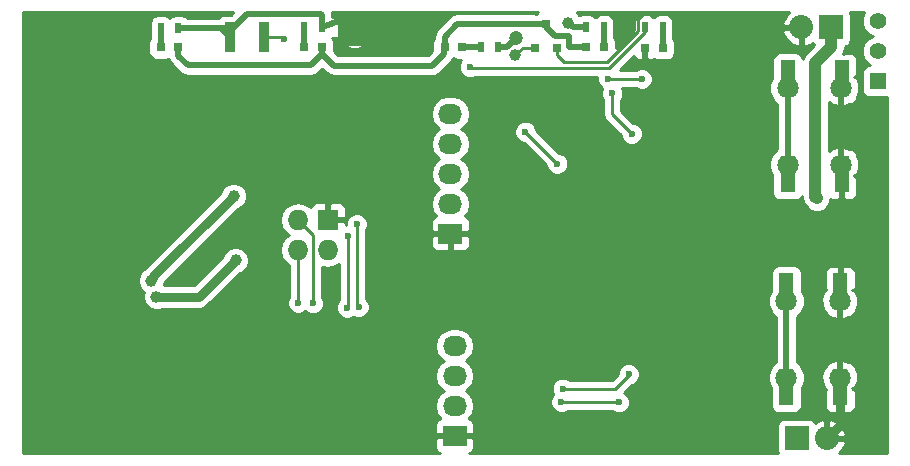
<source format=gtl>
G04 #@! TF.FileFunction,Copper,L1,Top,Signal*
%FSLAX46Y46*%
G04 Gerber Fmt 4.6, Leading zero omitted, Abs format (unit mm)*
G04 Created by KiCad (PCBNEW (2015-04-29 BZR 5630)-product) date Mon 29 Jun 2015 10:52:54 BST*
%MOMM*%
G01*
G04 APERTURE LIST*
%ADD10C,0.150000*%
%ADD11C,0.600000*%
%ADD12R,2.550160X2.499360*%
%ADD13R,0.797560X0.797560*%
%ADD14R,2.032000X1.727200*%
%ADD15O,2.032000X1.727200*%
%ADD16R,0.500000X0.900000*%
%ADD17R,0.900000X2.500000*%
%ADD18R,0.800100X0.800100*%
%ADD19R,1.397000X1.397000*%
%ADD20C,1.397000*%
%ADD21R,1.300480X3.098800*%
%ADD22C,1.800860*%
%ADD23R,2.032000X2.032000*%
%ADD24O,2.032000X2.032000*%
%ADD25R,1.727200X1.727200*%
%ADD26O,1.727200X1.727200*%
%ADD27C,1.000000*%
%ADD28C,1.200000*%
%ADD29C,1.000000*%
%ADD30C,0.250000*%
%ADD31C,0.500000*%
%ADD32C,0.750000*%
%ADD33C,0.254000*%
G04 APERTURE END LIST*
D10*
D11*
X90170000Y-45466000D03*
X76860400Y-75692000D03*
X78841600Y-75692000D03*
X80060800Y-75641200D03*
X71882000Y-73456800D03*
X61214000Y-50800000D03*
X71628000Y-58267600D03*
X75285600Y-62738000D03*
X68884800Y-79451200D03*
X69900800Y-47904400D03*
X75031600Y-79451200D03*
X61163200Y-75996800D03*
X61061600Y-71323200D03*
X64160400Y-62230000D03*
X67056000Y-62941200D03*
X122224800Y-47904400D03*
X64211200Y-59029600D03*
X106934000Y-70967600D03*
X99009200Y-78841600D03*
X89154000Y-61468000D03*
X91643200Y-59182000D03*
X106934000Y-61061600D03*
X106934000Y-65735200D03*
X111912400Y-65735200D03*
X111760000Y-70967600D03*
X106934000Y-55321200D03*
X99771200Y-54559200D03*
X83464400Y-74371200D03*
X83464400Y-71272400D03*
X89154000Y-56997600D03*
X120142000Y-58369200D03*
X121615200Y-54406800D03*
X121666000Y-79959200D03*
X131470400Y-55422800D03*
X103428800Y-51612800D03*
X80314800Y-71374000D03*
X80314800Y-68478400D03*
X130606800Y-79095600D03*
X131267200Y-75031600D03*
X119583200Y-78282800D03*
X117754400Y-75742800D03*
X93065600Y-78943200D03*
X79705200Y-52324000D03*
X82804000Y-57861200D03*
D12*
X92542360Y-44602400D03*
X87492840Y-44602400D03*
D13*
X113728500Y-46024800D03*
X112229900Y-46024800D03*
X71234300Y-45974000D03*
X72732900Y-45974000D03*
X83375500Y-45974000D03*
X84874100Y-45974000D03*
X96761300Y-45974000D03*
X95262700Y-45974000D03*
D14*
X96113600Y-78892400D03*
D15*
X96113600Y-76352400D03*
X96113600Y-73812400D03*
X96113600Y-71272400D03*
D16*
X113729200Y-44297600D03*
X112229200Y-44297600D03*
X72733600Y-44348400D03*
X71233600Y-44348400D03*
X84874800Y-44297600D03*
X83374800Y-44297600D03*
X99810000Y-45923200D03*
X98310000Y-45923200D03*
D13*
X108750100Y-45974000D03*
X107251500Y-45974000D03*
D14*
X95758000Y-61772800D03*
D15*
X95758000Y-59232800D03*
X95758000Y-56692800D03*
X95758000Y-54152800D03*
X95758000Y-51612800D03*
D17*
X77086800Y-45110400D03*
X79986800Y-45110400D03*
D18*
X102885200Y-46009560D03*
X104785200Y-46009560D03*
X103835200Y-44010580D03*
D16*
X107250800Y-44297600D03*
X108750800Y-44297600D03*
D19*
X131927600Y-48869600D03*
D20*
X131927600Y-46329600D03*
X131927600Y-43789600D03*
D21*
X124307600Y-48615600D03*
X124307600Y-56743600D03*
X128879600Y-56743600D03*
X128879600Y-48615600D03*
D22*
X124307600Y-55930800D03*
X124307600Y-49428400D03*
X128808480Y-55930800D03*
X128808480Y-49428400D03*
D21*
X124206000Y-66649600D03*
X124206000Y-74777600D03*
X128778000Y-74777600D03*
X128778000Y-66649600D03*
D22*
X124206000Y-73964800D03*
X124206000Y-67462400D03*
X128706880Y-73964800D03*
X128706880Y-67462400D03*
D23*
X128016000Y-44297600D03*
D24*
X125476000Y-44297600D03*
D25*
X85394800Y-60604400D03*
D26*
X82854800Y-60604400D03*
X85394800Y-63144400D03*
X82854800Y-63144400D03*
D23*
X125069600Y-79095600D03*
D24*
X127609600Y-79095600D03*
D27*
X126796800Y-58775600D03*
D11*
X65836800Y-59994800D03*
X65836800Y-63449200D03*
X114604800Y-43180000D03*
X87376000Y-75438000D03*
X90678000Y-49123600D03*
D27*
X105714800Y-43891200D03*
D28*
X101295200Y-45161200D03*
D11*
X87492840Y-44602400D03*
X81635600Y-45313600D03*
D27*
X70408800Y-65735200D03*
X77419200Y-58572400D03*
X70866000Y-67106800D03*
X77571600Y-64008000D03*
D11*
X105156000Y-75996800D03*
X110032800Y-76047600D03*
X105257600Y-74879200D03*
X110845600Y-73660000D03*
X82854800Y-67614800D03*
X97383600Y-47650400D03*
X84124802Y-67665600D03*
X111963200Y-48666400D03*
X109118400Y-48666400D03*
X109474000Y-49885600D03*
X111099600Y-53289200D03*
D27*
X101244400Y-46634400D03*
D11*
X87020400Y-68021200D03*
X87071200Y-61925200D03*
X87985600Y-67970400D03*
X87833200Y-60960000D03*
X102108000Y-53136800D03*
X104800400Y-55829200D03*
D29*
X126796800Y-58775600D02*
X126644400Y-58623200D01*
X126644400Y-58623200D02*
X126644400Y-47294800D01*
X126644400Y-47294800D02*
X128016000Y-45923200D01*
X128016000Y-45923200D02*
X128016000Y-44297600D01*
D30*
X112163398Y-43078400D02*
X114503200Y-43078400D01*
X114503200Y-43078400D02*
X114604800Y-43180000D01*
X104785200Y-46009560D02*
X104785200Y-46659610D01*
X104785200Y-46659610D02*
X105376780Y-47251190D01*
X105376780Y-47251190D02*
X109033600Y-47251190D01*
X109033600Y-47251190D02*
X111654199Y-44630591D01*
X111654199Y-44630591D02*
X111654199Y-43587599D01*
X111654199Y-43587599D02*
X112163398Y-43078400D01*
X87376000Y-75438000D02*
X87325200Y-75387200D01*
D31*
X128706880Y-73964800D02*
X128706880Y-67462400D01*
X128808480Y-50701800D02*
X128808480Y-55930800D01*
X128808480Y-49428400D02*
X128808480Y-50701800D01*
D32*
X128778000Y-77927200D02*
X127609600Y-79095600D01*
X128778000Y-74777600D02*
X128778000Y-77927200D01*
D31*
X107250800Y-44297600D02*
X106121200Y-44297600D01*
X106121200Y-44297600D02*
X105714800Y-43891200D01*
X101295200Y-45188000D02*
X101295200Y-45161200D01*
X100560000Y-45923200D02*
X101295200Y-45188000D01*
X99810000Y-45923200D02*
X100560000Y-45923200D01*
X86578440Y-43688000D02*
X84874800Y-44297600D01*
X87492840Y-44602400D02*
X86578440Y-43688000D01*
X76324800Y-44348400D02*
X77317600Y-44348400D01*
X77317600Y-44348400D02*
X78536800Y-43129200D01*
X78536800Y-43129200D02*
X84734400Y-43129200D01*
X84734400Y-43129200D02*
X84874800Y-43269600D01*
X84874800Y-43269600D02*
X84874800Y-44297600D01*
X72733600Y-44348400D02*
X76324800Y-44348400D01*
X76324800Y-44348400D02*
X77086800Y-45110400D01*
D30*
X81432400Y-45110400D02*
X79986800Y-45110400D01*
X81635600Y-45313600D02*
X81432400Y-45110400D01*
X79986800Y-45133600D02*
X79986800Y-45110400D01*
D32*
X70612000Y-65532000D02*
X70408800Y-65735200D01*
X77419200Y-58572400D02*
X70612000Y-65379600D01*
X70612000Y-65379600D02*
X70612000Y-65532000D01*
X70866000Y-67106800D02*
X74472800Y-67106800D01*
X74472800Y-67106800D02*
X77571600Y-64008000D01*
D31*
X113728500Y-44298300D02*
X113729200Y-44297600D01*
X113728500Y-46024800D02*
X113728500Y-44298300D01*
X71233600Y-44348400D02*
X71233600Y-45973300D01*
X71233600Y-45973300D02*
X71234300Y-45974000D01*
X103835200Y-44010580D02*
X103835200Y-44246800D01*
X105765600Y-45008800D02*
X105765600Y-45974000D01*
X103835200Y-44246800D02*
X104597200Y-45008800D01*
X104597200Y-45008800D02*
X105765600Y-45008800D01*
X105765600Y-45974000D02*
X107251500Y-45974000D01*
X95262700Y-45974000D02*
X95262700Y-45075220D01*
X95262700Y-45075220D02*
X96345120Y-43992800D01*
X96345120Y-43992800D02*
X102917370Y-43992800D01*
X102917370Y-43992800D02*
X102935150Y-44010580D01*
X102935150Y-44010580D02*
X103835200Y-44010580D01*
X95199200Y-46583600D02*
X95199200Y-46037500D01*
X95199200Y-46037500D02*
X95262700Y-45974000D01*
X95199200Y-46583600D02*
X94234000Y-47548800D01*
X84874100Y-46520100D02*
X84874100Y-46482000D01*
X94234000Y-47548800D02*
X85902800Y-47548800D01*
X85902800Y-47548800D02*
X84874100Y-46520100D01*
X84874100Y-46482000D02*
X84874100Y-46545500D01*
X72732900Y-46723300D02*
X72732900Y-45974000D01*
X73507600Y-47498000D02*
X72732900Y-46723300D01*
X83921600Y-47498000D02*
X73507600Y-47498000D01*
X84874100Y-46545500D02*
X83921600Y-47498000D01*
X84874100Y-46482000D02*
X84874100Y-45974000D01*
X83374800Y-44297600D02*
X83374800Y-45973300D01*
X83374800Y-45973300D02*
X83375500Y-45974000D01*
X96761300Y-45974000D02*
X98259200Y-45974000D01*
X98259200Y-45974000D02*
X98310000Y-45923200D01*
D30*
X109982000Y-75996800D02*
X110032800Y-76047600D01*
X105156000Y-75996800D02*
X109982000Y-75996800D01*
X105257600Y-74879200D02*
X109728000Y-74879200D01*
X110845600Y-73761600D02*
X110845600Y-73660000D01*
X109728000Y-74879200D02*
X110845600Y-73761600D01*
X82854800Y-67190536D02*
X82854800Y-63144400D01*
X82854800Y-67614800D02*
X82854800Y-67190536D01*
X97739200Y-47701200D02*
X97434400Y-47701200D01*
X109220000Y-47701200D02*
X97739200Y-47701200D01*
X112229200Y-44692000D02*
X109220000Y-47701200D01*
X97434400Y-47701200D02*
X97383600Y-47650400D01*
X112229200Y-44297600D02*
X112229200Y-44692000D01*
X84124802Y-67241336D02*
X84124802Y-67665600D01*
X82854800Y-60604400D02*
X84124802Y-61874402D01*
X84124802Y-61874402D02*
X84124802Y-67241336D01*
D31*
X108750800Y-44297600D02*
X108750800Y-45973300D01*
X108750800Y-45973300D02*
X108750100Y-45974000D01*
X124307600Y-50701800D02*
X124307600Y-55930800D01*
X124307600Y-49428400D02*
X124307600Y-50701800D01*
D30*
X111963200Y-48666400D02*
X109118400Y-48666400D01*
D31*
X124206000Y-67462400D02*
X124206000Y-73964800D01*
D30*
X109474000Y-51663600D02*
X111099600Y-53289200D01*
X109474000Y-49885600D02*
X109474000Y-51663600D01*
X101544399Y-46334401D02*
X101244400Y-46634400D01*
X102885200Y-46009560D02*
X101869240Y-46009560D01*
X101869240Y-46009560D02*
X101544399Y-46334401D01*
X87020400Y-68021200D02*
X87071200Y-67970400D01*
X87071200Y-67970400D02*
X87071200Y-61925200D01*
X87985600Y-67970400D02*
X87833200Y-67818000D01*
X87833200Y-67818000D02*
X87833200Y-60960000D01*
X104800400Y-55829200D02*
X102108000Y-53136800D01*
D33*
G36*
X103168163Y-43026400D02*
X103017180Y-43125580D01*
X103006759Y-43125580D01*
X102917370Y-43107799D01*
X102917364Y-43107800D01*
X96345125Y-43107800D01*
X96345120Y-43107799D01*
X96062635Y-43163989D01*
X96006445Y-43175167D01*
X95719330Y-43367010D01*
X95719327Y-43367013D01*
X94636910Y-44449430D01*
X94445067Y-44736545D01*
X94433889Y-44792735D01*
X94377699Y-45075220D01*
X94377700Y-45075225D01*
X94377700Y-45160906D01*
X94266543Y-45325580D01*
X94216480Y-45575220D01*
X94216480Y-46314740D01*
X93867420Y-46663800D01*
X86269379Y-46663800D01*
X85920320Y-46314740D01*
X85920320Y-45575220D01*
X85873343Y-45333097D01*
X85774482Y-45182600D01*
X86364260Y-45182600D01*
X86802495Y-45620834D01*
X86852123Y-45740943D01*
X87114913Y-46004192D01*
X87458441Y-46146838D01*
X87830407Y-46147162D01*
X88174183Y-46005117D01*
X88437432Y-45742327D01*
X88580078Y-45398799D01*
X88580402Y-45026833D01*
X88438357Y-44683057D01*
X88175567Y-44419808D01*
X88054253Y-44369433D01*
X87356630Y-43671810D01*
X87069515Y-43479967D01*
X87013324Y-43468789D01*
X86730840Y-43412599D01*
X86730834Y-43412600D01*
X85759800Y-43412600D01*
X85759800Y-43269605D01*
X85759800Y-43269600D01*
X85759801Y-43269600D01*
X85711425Y-43026400D01*
X103168163Y-43026400D01*
X103168163Y-43026400D01*
G37*
X103168163Y-43026400D02*
X103017180Y-43125580D01*
X103006759Y-43125580D01*
X102917370Y-43107799D01*
X102917364Y-43107800D01*
X96345125Y-43107800D01*
X96345120Y-43107799D01*
X96062635Y-43163989D01*
X96006445Y-43175167D01*
X95719330Y-43367010D01*
X95719327Y-43367013D01*
X94636910Y-44449430D01*
X94445067Y-44736545D01*
X94433889Y-44792735D01*
X94377699Y-45075220D01*
X94377700Y-45075225D01*
X94377700Y-45160906D01*
X94266543Y-45325580D01*
X94216480Y-45575220D01*
X94216480Y-46314740D01*
X93867420Y-46663800D01*
X86269379Y-46663800D01*
X85920320Y-46314740D01*
X85920320Y-45575220D01*
X85873343Y-45333097D01*
X85774482Y-45182600D01*
X86364260Y-45182600D01*
X86802495Y-45620834D01*
X86852123Y-45740943D01*
X87114913Y-46004192D01*
X87458441Y-46146838D01*
X87830407Y-46147162D01*
X88174183Y-46005117D01*
X88437432Y-45742327D01*
X88580078Y-45398799D01*
X88580402Y-45026833D01*
X88438357Y-44683057D01*
X88175567Y-44419808D01*
X88054253Y-44369433D01*
X87356630Y-43671810D01*
X87069515Y-43479967D01*
X87013324Y-43468789D01*
X86730840Y-43412599D01*
X86730834Y-43412600D01*
X85759800Y-43412600D01*
X85759800Y-43269605D01*
X85759800Y-43269600D01*
X85759801Y-43269600D01*
X85711425Y-43026400D01*
X103168163Y-43026400D01*
G36*
X104912935Y-46136560D02*
X104912200Y-46136560D01*
X104912200Y-46156560D01*
X104658200Y-46156560D01*
X104658200Y-46136560D01*
X104638200Y-46136560D01*
X104638200Y-45893800D01*
X104880600Y-45893800D01*
X104880600Y-45974000D01*
X104912935Y-46136560D01*
X104912935Y-46136560D01*
G37*
X104912935Y-46136560D02*
X104912200Y-46136560D01*
X104912200Y-46156560D01*
X104658200Y-46156560D01*
X104658200Y-46136560D01*
X104638200Y-46136560D01*
X104638200Y-45893800D01*
X104880600Y-45893800D01*
X104880600Y-45974000D01*
X104912935Y-46136560D01*
G36*
X132741600Y-80366800D02*
X130253765Y-80366800D01*
X130253765Y-74205566D01*
X130253765Y-67703166D01*
X130228153Y-67092871D01*
X130043879Y-66647994D01*
X129787353Y-66561534D01*
X129826288Y-66522600D01*
X129904490Y-66522600D01*
X130063240Y-66363850D01*
X130063240Y-64973891D01*
X129966567Y-64740502D01*
X129787939Y-64561873D01*
X129554550Y-64465200D01*
X129301931Y-64465200D01*
X129063750Y-64465200D01*
X128905000Y-64623950D01*
X128905000Y-65917304D01*
X128651000Y-65927964D01*
X128651000Y-64623950D01*
X128492250Y-64465200D01*
X128254069Y-64465200D01*
X128001450Y-64465200D01*
X127768061Y-64561873D01*
X127589433Y-64740502D01*
X127492760Y-64973891D01*
X127492760Y-66363850D01*
X127543871Y-66414961D01*
X127511852Y-66446980D01*
X127587470Y-66522598D01*
X127492760Y-66522598D01*
X127492760Y-66606578D01*
X127369881Y-66647994D01*
X127159995Y-67221634D01*
X127185607Y-67831929D01*
X127369881Y-68276806D01*
X127492760Y-68318221D01*
X127492760Y-68325309D01*
X127543021Y-68446650D01*
X127511852Y-68477820D01*
X127587101Y-68553069D01*
X127589433Y-68558698D01*
X127768061Y-68737327D01*
X127888345Y-68787150D01*
X127892474Y-68799399D01*
X128466114Y-69009285D01*
X129076409Y-68983673D01*
X129437751Y-68834000D01*
X129554550Y-68834000D01*
X129787939Y-68737327D01*
X129966567Y-68558698D01*
X130063240Y-68325309D01*
X130063240Y-68223890D01*
X130253765Y-67703166D01*
X130253765Y-74205566D01*
X130228153Y-73595271D01*
X130063240Y-73197135D01*
X130063240Y-73101891D01*
X129966567Y-72868502D01*
X129787939Y-72689873D01*
X129554550Y-72593200D01*
X129426717Y-72593200D01*
X128947646Y-72417915D01*
X128337351Y-72443527D01*
X127892474Y-72627801D01*
X127888345Y-72640049D01*
X127768061Y-72689873D01*
X127589433Y-72868502D01*
X127587101Y-72874130D01*
X127511852Y-72949380D01*
X127543021Y-72980549D01*
X127492760Y-73101891D01*
X127492760Y-73108978D01*
X127369881Y-73150394D01*
X127159995Y-73724034D01*
X127185607Y-74334329D01*
X127369881Y-74779206D01*
X127492760Y-74820621D01*
X127492760Y-74904602D01*
X127587470Y-74904602D01*
X127511852Y-74980220D01*
X127543871Y-75012239D01*
X127492760Y-75063350D01*
X127492760Y-76453309D01*
X127589433Y-76686698D01*
X127768061Y-76865327D01*
X128001450Y-76962000D01*
X128254069Y-76962000D01*
X128492250Y-76962000D01*
X128651000Y-76803250D01*
X128651000Y-75503925D01*
X128905000Y-75493266D01*
X128905000Y-76803250D01*
X129063750Y-76962000D01*
X129301931Y-76962000D01*
X129554550Y-76962000D01*
X129787939Y-76865327D01*
X129966567Y-76686698D01*
X130063240Y-76453309D01*
X130063240Y-75063350D01*
X129904490Y-74904600D01*
X129826287Y-74904600D01*
X129787353Y-74865665D01*
X130043879Y-74779206D01*
X130253765Y-74205566D01*
X130253765Y-80366800D01*
X128620209Y-80366800D01*
X128946788Y-80063979D01*
X129215583Y-79478546D01*
X129215583Y-78712654D01*
X128946788Y-78127221D01*
X128474418Y-77689215D01*
X127992544Y-77489625D01*
X127736600Y-77608764D01*
X127736600Y-78968600D01*
X129096967Y-78968600D01*
X129215583Y-78712654D01*
X129215583Y-79478546D01*
X129096967Y-79222600D01*
X127736600Y-79222600D01*
X127736600Y-79242600D01*
X127482600Y-79242600D01*
X127482600Y-79222600D01*
X127462600Y-79222600D01*
X127462600Y-78968600D01*
X127482600Y-78968600D01*
X127482600Y-77608764D01*
X127226656Y-77489625D01*
X126744782Y-77689215D01*
X126647764Y-77779174D01*
X126546273Y-77624673D01*
X126335240Y-77482223D01*
X126085600Y-77432160D01*
X125741696Y-77432160D01*
X125741696Y-73660724D01*
X125508433Y-73096185D01*
X125470740Y-73058426D01*
X125456703Y-72986077D01*
X125316913Y-72773273D01*
X125105880Y-72630823D01*
X125091000Y-72627838D01*
X125091000Y-68800891D01*
X125098363Y-68799463D01*
X125311167Y-68659673D01*
X125453617Y-68448640D01*
X125469199Y-68370936D01*
X125506915Y-68333287D01*
X125741163Y-67769156D01*
X125741696Y-67158324D01*
X125508433Y-66593785D01*
X125503680Y-66589023D01*
X125503680Y-65100200D01*
X125456703Y-64858077D01*
X125316913Y-64645273D01*
X125105880Y-64502823D01*
X124856240Y-64452760D01*
X123555760Y-64452760D01*
X123313637Y-64499737D01*
X123100833Y-64639527D01*
X122958383Y-64850560D01*
X122908320Y-65100200D01*
X122908320Y-66588283D01*
X122905085Y-66591513D01*
X122670837Y-67155644D01*
X122670304Y-67766476D01*
X122903567Y-68331015D01*
X122941259Y-68368773D01*
X122955297Y-68441123D01*
X123095087Y-68653927D01*
X123306120Y-68796377D01*
X123321000Y-68799361D01*
X123321000Y-72626308D01*
X123313637Y-72627737D01*
X123100833Y-72767527D01*
X122958383Y-72978560D01*
X122942800Y-73056263D01*
X122905085Y-73093913D01*
X122670837Y-73658044D01*
X122670304Y-74268876D01*
X122903567Y-74833415D01*
X122908320Y-74838176D01*
X122908320Y-76327000D01*
X122955297Y-76569123D01*
X123095087Y-76781927D01*
X123306120Y-76924377D01*
X123555760Y-76974440D01*
X124856240Y-76974440D01*
X125098363Y-76927463D01*
X125311167Y-76787673D01*
X125453617Y-76576640D01*
X125503680Y-76327000D01*
X125503680Y-74838916D01*
X125506915Y-74835687D01*
X125741163Y-74271556D01*
X125741696Y-73660724D01*
X125741696Y-77432160D01*
X124053600Y-77432160D01*
X123811477Y-77479137D01*
X123598673Y-77618927D01*
X123456223Y-77829960D01*
X123406160Y-78079600D01*
X123406160Y-80111600D01*
X123453137Y-80353723D01*
X123461727Y-80366800D01*
X111780762Y-80366800D01*
X111780762Y-73474833D01*
X111638717Y-73131057D01*
X111375927Y-72867808D01*
X111032399Y-72725162D01*
X110660433Y-72724838D01*
X110316657Y-72866883D01*
X110053408Y-73129673D01*
X109910762Y-73473201D01*
X109910632Y-73621765D01*
X109413198Y-74119200D01*
X105820062Y-74119200D01*
X105787927Y-74087008D01*
X105735562Y-74065264D01*
X105735562Y-55644033D01*
X105593517Y-55300257D01*
X105330727Y-55037008D01*
X104987199Y-54894362D01*
X104940323Y-54894321D01*
X103043122Y-52997120D01*
X103043162Y-52951633D01*
X102901117Y-52607857D01*
X102638327Y-52344608D01*
X102294799Y-52201962D01*
X101922833Y-52201638D01*
X101579057Y-52343683D01*
X101315808Y-52606473D01*
X101173162Y-52950001D01*
X101172838Y-53321967D01*
X101314883Y-53665743D01*
X101577673Y-53928992D01*
X101921201Y-54071638D01*
X101968076Y-54071678D01*
X103865277Y-55968879D01*
X103865238Y-56014367D01*
X104007283Y-56358143D01*
X104270073Y-56621392D01*
X104613601Y-56764038D01*
X104985567Y-56764362D01*
X105329343Y-56622317D01*
X105592592Y-56359527D01*
X105735238Y-56015999D01*
X105735562Y-55644033D01*
X105735562Y-74065264D01*
X105444399Y-73944362D01*
X105072433Y-73944038D01*
X104728657Y-74086083D01*
X104465408Y-74348873D01*
X104322762Y-74692401D01*
X104322438Y-75064367D01*
X104452147Y-75378287D01*
X104363808Y-75466473D01*
X104221162Y-75810001D01*
X104220838Y-76181967D01*
X104362883Y-76525743D01*
X104625673Y-76788992D01*
X104969201Y-76931638D01*
X105341167Y-76931962D01*
X105684943Y-76789917D01*
X105718117Y-76756800D01*
X109419625Y-76756800D01*
X109502473Y-76839792D01*
X109846001Y-76982438D01*
X110217967Y-76982762D01*
X110561743Y-76840717D01*
X110824992Y-76577927D01*
X110967638Y-76234399D01*
X110967962Y-75862433D01*
X110825917Y-75518657D01*
X110563127Y-75255408D01*
X110466653Y-75215348D01*
X111126322Y-74555679D01*
X111374543Y-74453117D01*
X111637792Y-74190327D01*
X111780438Y-73846799D01*
X111780762Y-73474833D01*
X111780762Y-80366800D01*
X97796945Y-80366800D01*
X97796945Y-76352400D01*
X97682871Y-75778911D01*
X97358015Y-75292730D01*
X97043234Y-75082400D01*
X97358015Y-74872070D01*
X97682871Y-74385889D01*
X97796945Y-73812400D01*
X97682871Y-73238911D01*
X97358015Y-72752730D01*
X97043234Y-72542400D01*
X97358015Y-72332070D01*
X97682871Y-71845889D01*
X97796945Y-71272400D01*
X97682871Y-70698911D01*
X97441345Y-70337442D01*
X97441345Y-59232800D01*
X97327271Y-58659311D01*
X97002415Y-58173130D01*
X96687634Y-57962800D01*
X97002415Y-57752470D01*
X97327271Y-57266289D01*
X97441345Y-56692800D01*
X97327271Y-56119311D01*
X97002415Y-55633130D01*
X96687634Y-55422800D01*
X97002415Y-55212470D01*
X97327271Y-54726289D01*
X97441345Y-54152800D01*
X97327271Y-53579311D01*
X97002415Y-53093130D01*
X96687634Y-52882800D01*
X97002415Y-52672470D01*
X97327271Y-52186289D01*
X97441345Y-51612800D01*
X97327271Y-51039311D01*
X97002415Y-50553130D01*
X96516234Y-50228274D01*
X95942745Y-50114200D01*
X95573255Y-50114200D01*
X94999766Y-50228274D01*
X94513585Y-50553130D01*
X94188729Y-51039311D01*
X94074655Y-51612800D01*
X94188729Y-52186289D01*
X94513585Y-52672470D01*
X94828365Y-52882800D01*
X94513585Y-53093130D01*
X94188729Y-53579311D01*
X94074655Y-54152800D01*
X94188729Y-54726289D01*
X94513585Y-55212470D01*
X94828365Y-55422800D01*
X94513585Y-55633130D01*
X94188729Y-56119311D01*
X94074655Y-56692800D01*
X94188729Y-57266289D01*
X94513585Y-57752470D01*
X94828365Y-57962800D01*
X94513585Y-58173130D01*
X94188729Y-58659311D01*
X94074655Y-59232800D01*
X94188729Y-59806289D01*
X94513585Y-60292470D01*
X94535780Y-60307300D01*
X94382302Y-60370873D01*
X94203673Y-60549501D01*
X94107000Y-60782890D01*
X94107000Y-61035509D01*
X94107000Y-61487050D01*
X94265750Y-61645800D01*
X95631000Y-61645800D01*
X95631000Y-61625800D01*
X95885000Y-61625800D01*
X95885000Y-61645800D01*
X97250250Y-61645800D01*
X97409000Y-61487050D01*
X97409000Y-61035509D01*
X97409000Y-60782890D01*
X97312327Y-60549501D01*
X97133698Y-60370873D01*
X96980219Y-60307300D01*
X97002415Y-60292470D01*
X97327271Y-59806289D01*
X97441345Y-59232800D01*
X97441345Y-70337442D01*
X97409000Y-70289034D01*
X97409000Y-62762710D01*
X97409000Y-62510091D01*
X97409000Y-62058550D01*
X97250250Y-61899800D01*
X95885000Y-61899800D01*
X95885000Y-63112650D01*
X96043750Y-63271400D01*
X96900309Y-63271400D01*
X97133698Y-63174727D01*
X97312327Y-62996099D01*
X97409000Y-62762710D01*
X97409000Y-70289034D01*
X97358015Y-70212730D01*
X96871834Y-69887874D01*
X96298345Y-69773800D01*
X95928855Y-69773800D01*
X95631000Y-69833047D01*
X95631000Y-63112650D01*
X95631000Y-61899800D01*
X94265750Y-61899800D01*
X94107000Y-62058550D01*
X94107000Y-62510091D01*
X94107000Y-62762710D01*
X94203673Y-62996099D01*
X94382302Y-63174727D01*
X94615691Y-63271400D01*
X95472250Y-63271400D01*
X95631000Y-63112650D01*
X95631000Y-69833047D01*
X95355366Y-69887874D01*
X94869185Y-70212730D01*
X94544329Y-70698911D01*
X94430255Y-71272400D01*
X94544329Y-71845889D01*
X94869185Y-72332070D01*
X95183965Y-72542400D01*
X94869185Y-72752730D01*
X94544329Y-73238911D01*
X94430255Y-73812400D01*
X94544329Y-74385889D01*
X94869185Y-74872070D01*
X95183965Y-75082400D01*
X94869185Y-75292730D01*
X94544329Y-75778911D01*
X94430255Y-76352400D01*
X94544329Y-76925889D01*
X94869185Y-77412070D01*
X94891380Y-77426900D01*
X94737902Y-77490473D01*
X94559273Y-77669101D01*
X94462600Y-77902490D01*
X94462600Y-78155109D01*
X94462600Y-78606650D01*
X94621350Y-78765400D01*
X95986600Y-78765400D01*
X95986600Y-78745400D01*
X96240600Y-78745400D01*
X96240600Y-78765400D01*
X97605850Y-78765400D01*
X97764600Y-78606650D01*
X97764600Y-78155109D01*
X97764600Y-77902490D01*
X97667927Y-77669101D01*
X97489298Y-77490473D01*
X97335819Y-77426900D01*
X97358015Y-77412070D01*
X97682871Y-76925889D01*
X97796945Y-76352400D01*
X97796945Y-80366800D01*
X97314332Y-80366800D01*
X97489298Y-80294327D01*
X97667927Y-80115699D01*
X97764600Y-79882310D01*
X97764600Y-79629691D01*
X97764600Y-79178150D01*
X97605850Y-79019400D01*
X96240600Y-79019400D01*
X96240600Y-79039400D01*
X95986600Y-79039400D01*
X95986600Y-79019400D01*
X94621350Y-79019400D01*
X94462600Y-79178150D01*
X94462600Y-79629691D01*
X94462600Y-79882310D01*
X94559273Y-80115699D01*
X94737902Y-80294327D01*
X94912867Y-80366800D01*
X88920762Y-80366800D01*
X88920762Y-67785233D01*
X88778717Y-67441457D01*
X88593200Y-67255615D01*
X88593200Y-61522462D01*
X88625392Y-61490327D01*
X88768038Y-61146799D01*
X88768362Y-60774833D01*
X88626317Y-60431057D01*
X88363527Y-60167808D01*
X88019999Y-60025162D01*
X87648033Y-60024838D01*
X87304257Y-60166883D01*
X87041008Y-60429673D01*
X86898362Y-60773201D01*
X86898173Y-60990048D01*
X86893400Y-60990044D01*
X86893400Y-60890150D01*
X86893400Y-60318650D01*
X86893400Y-59867109D01*
X86893400Y-59614490D01*
X86796727Y-59381101D01*
X86618098Y-59202473D01*
X86384709Y-59105800D01*
X85680550Y-59105800D01*
X85521800Y-59264550D01*
X85521800Y-60477400D01*
X86734650Y-60477400D01*
X86893400Y-60318650D01*
X86893400Y-60890150D01*
X86734650Y-60731400D01*
X85521800Y-60731400D01*
X85521800Y-60751400D01*
X85267800Y-60751400D01*
X85267800Y-60731400D01*
X85247800Y-60731400D01*
X85247800Y-60477400D01*
X85267800Y-60477400D01*
X85267800Y-59264550D01*
X85109050Y-59105800D01*
X84404891Y-59105800D01*
X84171502Y-59202473D01*
X83992873Y-59381101D01*
X83929156Y-59534926D01*
X83457648Y-59219874D01*
X82884159Y-59105800D01*
X82825441Y-59105800D01*
X82251952Y-59219874D01*
X81765771Y-59544730D01*
X81440915Y-60030911D01*
X81326841Y-60604400D01*
X81440915Y-61177889D01*
X81765771Y-61664070D01*
X82080551Y-61874400D01*
X81765771Y-62084730D01*
X81440915Y-62570911D01*
X81326841Y-63144400D01*
X81440915Y-63717889D01*
X81765771Y-64204070D01*
X82094800Y-64423920D01*
X82094800Y-67052337D01*
X82062608Y-67084473D01*
X81919962Y-67428001D01*
X81919638Y-67799967D01*
X82061683Y-68143743D01*
X82324473Y-68406992D01*
X82668001Y-68549638D01*
X83039967Y-68549962D01*
X83383743Y-68407917D01*
X83464355Y-68327445D01*
X83594475Y-68457792D01*
X83938003Y-68600438D01*
X84309969Y-68600762D01*
X84653745Y-68458717D01*
X84916994Y-68195927D01*
X85059640Y-67852399D01*
X85059964Y-67480433D01*
X84917919Y-67136657D01*
X84884802Y-67103482D01*
X84884802Y-64547395D01*
X85365441Y-64643000D01*
X85424159Y-64643000D01*
X85997648Y-64528926D01*
X86311200Y-64319417D01*
X86311200Y-67408025D01*
X86228208Y-67490873D01*
X86085562Y-67834401D01*
X86085238Y-68206367D01*
X86227283Y-68550143D01*
X86490073Y-68813392D01*
X86833601Y-68956038D01*
X87205567Y-68956362D01*
X87549343Y-68814317D01*
X87558302Y-68805373D01*
X87798801Y-68905238D01*
X88170767Y-68905562D01*
X88514543Y-68763517D01*
X88777792Y-68500727D01*
X88920438Y-68157199D01*
X88920762Y-67785233D01*
X88920762Y-80366800D01*
X78706797Y-80366800D01*
X78706797Y-63783225D01*
X78534367Y-63365914D01*
X78215365Y-63046355D01*
X77798356Y-62873197D01*
X77346825Y-62872803D01*
X76929514Y-63045233D01*
X76609955Y-63364235D01*
X76484229Y-63667014D01*
X74054444Y-66096800D01*
X71487610Y-66096800D01*
X71543603Y-65961956D01*
X71543638Y-65920723D01*
X71545118Y-65918510D01*
X71555961Y-65863994D01*
X77760510Y-59659445D01*
X78061286Y-59535167D01*
X78380845Y-59216165D01*
X78554003Y-58799156D01*
X78554397Y-58347625D01*
X78381967Y-57930314D01*
X78062965Y-57610755D01*
X77645956Y-57437597D01*
X77194425Y-57437203D01*
X76777114Y-57609633D01*
X76457555Y-57928635D01*
X76331829Y-58231414D01*
X69897822Y-64665422D01*
X69849052Y-64738411D01*
X69766714Y-64772433D01*
X69447155Y-65091435D01*
X69273997Y-65508444D01*
X69273603Y-65959975D01*
X69446033Y-66377286D01*
X69765035Y-66696845D01*
X69801057Y-66711802D01*
X69731197Y-66880044D01*
X69730803Y-67331575D01*
X69903233Y-67748886D01*
X70222235Y-68068445D01*
X70639244Y-68241603D01*
X71090775Y-68241997D01*
X71393773Y-68116800D01*
X74472800Y-68116800D01*
X74859310Y-68039918D01*
X75186978Y-67820978D01*
X77912910Y-65095045D01*
X78213686Y-64970767D01*
X78533245Y-64651765D01*
X78706403Y-64234756D01*
X78706797Y-63783225D01*
X78706797Y-80366800D01*
X59587200Y-80366800D01*
X59587200Y-77063600D01*
X59587200Y-43026400D01*
X77388020Y-43026400D01*
X77201460Y-43212960D01*
X76636800Y-43212960D01*
X76394677Y-43259937D01*
X76181873Y-43399727D01*
X76138892Y-43463400D01*
X73457362Y-43463400D01*
X73444273Y-43443473D01*
X73233240Y-43301023D01*
X72983600Y-43250960D01*
X72483600Y-43250960D01*
X72241477Y-43297937D01*
X72028673Y-43437727D01*
X71983986Y-43503928D01*
X71944273Y-43443473D01*
X71733240Y-43301023D01*
X71483600Y-43250960D01*
X70983600Y-43250960D01*
X70741477Y-43297937D01*
X70528673Y-43437727D01*
X70386223Y-43648760D01*
X70336160Y-43898400D01*
X70336160Y-44798400D01*
X70348600Y-44862516D01*
X70348600Y-45161943D01*
X70238143Y-45325580D01*
X70188080Y-45575220D01*
X70188080Y-46372780D01*
X70235057Y-46614903D01*
X70374847Y-46827707D01*
X70585880Y-46970157D01*
X70835520Y-47020220D01*
X71633080Y-47020220D01*
X71875203Y-46973243D01*
X71895026Y-46960220D01*
X71904089Y-47005784D01*
X71915267Y-47061975D01*
X72107110Y-47349090D01*
X72881807Y-48123786D01*
X72881810Y-48123790D01*
X73168925Y-48315633D01*
X73507600Y-48383001D01*
X73507600Y-48383000D01*
X73507605Y-48383000D01*
X83921594Y-48383000D01*
X83921600Y-48383001D01*
X83921600Y-48383000D01*
X84204084Y-48326810D01*
X84260274Y-48315633D01*
X84260275Y-48315633D01*
X84547390Y-48123790D01*
X84886800Y-47784379D01*
X85277007Y-48174586D01*
X85277010Y-48174590D01*
X85564125Y-48366433D01*
X85902800Y-48433800D01*
X94233994Y-48433800D01*
X94234000Y-48433801D01*
X94234000Y-48433800D01*
X94516484Y-48377610D01*
X94572674Y-48366433D01*
X94572675Y-48366433D01*
X94859790Y-48174590D01*
X95824986Y-47209392D01*
X95824990Y-47209390D01*
X95824990Y-47209389D01*
X96016833Y-46922275D01*
X96016833Y-46922274D01*
X96019805Y-46907330D01*
X96112880Y-46970157D01*
X96362520Y-47020220D01*
X96691435Y-47020220D01*
X96591408Y-47120073D01*
X96448762Y-47463601D01*
X96448438Y-47835567D01*
X96590483Y-48179343D01*
X96853273Y-48442592D01*
X97196801Y-48585238D01*
X97568767Y-48585562D01*
X97869746Y-48461200D01*
X108191202Y-48461200D01*
X108183562Y-48479601D01*
X108183238Y-48851567D01*
X108325283Y-49195343D01*
X108588073Y-49458592D01*
X108631430Y-49476595D01*
X108539162Y-49698801D01*
X108538838Y-50070767D01*
X108680883Y-50414543D01*
X108714000Y-50447717D01*
X108714000Y-51663600D01*
X108771852Y-51954439D01*
X108936599Y-52201001D01*
X110164477Y-53428879D01*
X110164438Y-53474367D01*
X110306483Y-53818143D01*
X110569273Y-54081392D01*
X110912801Y-54224038D01*
X111284767Y-54224362D01*
X111628543Y-54082317D01*
X111891792Y-53819527D01*
X112034438Y-53475999D01*
X112034762Y-53104033D01*
X111892717Y-52760257D01*
X111629927Y-52497008D01*
X111286399Y-52354362D01*
X111239523Y-52354321D01*
X110234000Y-51348798D01*
X110234000Y-50448062D01*
X110266192Y-50415927D01*
X110408838Y-50072399D01*
X110409162Y-49700433D01*
X110295934Y-49426400D01*
X111400737Y-49426400D01*
X111432873Y-49458592D01*
X111776401Y-49601238D01*
X112148367Y-49601562D01*
X112492143Y-49459517D01*
X112755392Y-49196727D01*
X112898038Y-48853199D01*
X112898362Y-48481233D01*
X112756317Y-48137457D01*
X112493527Y-47874208D01*
X112149999Y-47731562D01*
X111778033Y-47731238D01*
X111434257Y-47873283D01*
X111401082Y-47906400D01*
X110089602Y-47906400D01*
X111269341Y-46726660D01*
X111292793Y-46783279D01*
X111471422Y-46961907D01*
X111704811Y-47058580D01*
X111944150Y-47058580D01*
X112102900Y-46899830D01*
X112102900Y-46151800D01*
X112082900Y-46151800D01*
X112082900Y-45913102D01*
X112098202Y-45897800D01*
X112102900Y-45897800D01*
X112102900Y-45893102D01*
X112118202Y-45877800D01*
X112356900Y-45877800D01*
X112356900Y-45897800D01*
X112376900Y-45897800D01*
X112376900Y-46151800D01*
X112356900Y-46151800D01*
X112356900Y-46899830D01*
X112515650Y-47058580D01*
X112754989Y-47058580D01*
X112988378Y-46961907D01*
X112990079Y-46960205D01*
X113080080Y-47020957D01*
X113329720Y-47071020D01*
X114127280Y-47071020D01*
X114369403Y-47024043D01*
X114582207Y-46884253D01*
X114724657Y-46673220D01*
X114774720Y-46423580D01*
X114774720Y-45626020D01*
X114727743Y-45383897D01*
X114613500Y-45209983D01*
X114613500Y-44813122D01*
X114626640Y-44747600D01*
X114626640Y-43847600D01*
X114579663Y-43605477D01*
X114439873Y-43392673D01*
X114228840Y-43250223D01*
X113979200Y-43200160D01*
X113479200Y-43200160D01*
X113237077Y-43247137D01*
X113024273Y-43386927D01*
X112979586Y-43453128D01*
X112939873Y-43392673D01*
X112728840Y-43250223D01*
X112479200Y-43200160D01*
X111979200Y-43200160D01*
X111737077Y-43247137D01*
X111524273Y-43386927D01*
X111381823Y-43597960D01*
X111331760Y-43847600D01*
X111331760Y-44514638D01*
X109796320Y-46050078D01*
X109796320Y-45575220D01*
X109749343Y-45333097D01*
X109635800Y-45160249D01*
X109635800Y-44809632D01*
X109648240Y-44747600D01*
X109648240Y-43847600D01*
X109601263Y-43605477D01*
X109461473Y-43392673D01*
X109250440Y-43250223D01*
X109000800Y-43200160D01*
X108500800Y-43200160D01*
X108258677Y-43247137D01*
X108045873Y-43386927D01*
X108001186Y-43453128D01*
X107961473Y-43392673D01*
X107750440Y-43250223D01*
X107500800Y-43200160D01*
X107000800Y-43200160D01*
X106758677Y-43247137D01*
X106694239Y-43289465D01*
X106677567Y-43249114D01*
X106455241Y-43026400D01*
X124465390Y-43026400D01*
X124138812Y-43329221D01*
X123870017Y-43914654D01*
X123988633Y-44170600D01*
X125349000Y-44170600D01*
X125349000Y-44150600D01*
X125603000Y-44150600D01*
X125603000Y-44170600D01*
X125623000Y-44170600D01*
X125623000Y-44424600D01*
X125603000Y-44424600D01*
X125603000Y-45784436D01*
X125858944Y-45903575D01*
X126340818Y-45703985D01*
X126437835Y-45614025D01*
X126539327Y-45768527D01*
X126554977Y-45779090D01*
X125841834Y-46492234D01*
X125595797Y-46860454D01*
X125580389Y-46937912D01*
X125558303Y-46824077D01*
X125418513Y-46611273D01*
X125349000Y-46564350D01*
X125349000Y-45784436D01*
X125349000Y-44424600D01*
X123988633Y-44424600D01*
X123870017Y-44680546D01*
X124138812Y-45265979D01*
X124611182Y-45703985D01*
X125093056Y-45903575D01*
X125349000Y-45784436D01*
X125349000Y-46564350D01*
X125207480Y-46468823D01*
X124957840Y-46418760D01*
X123657360Y-46418760D01*
X123415237Y-46465737D01*
X123202433Y-46605527D01*
X123059983Y-46816560D01*
X123009920Y-47066200D01*
X123009920Y-48554283D01*
X123006685Y-48557513D01*
X122772437Y-49121644D01*
X122771904Y-49732476D01*
X123005167Y-50297015D01*
X123042859Y-50334773D01*
X123056897Y-50407123D01*
X123196687Y-50619927D01*
X123407720Y-50762377D01*
X123422600Y-50765361D01*
X123422600Y-54592308D01*
X123415237Y-54593737D01*
X123202433Y-54733527D01*
X123059983Y-54944560D01*
X123044400Y-55022263D01*
X123006685Y-55059913D01*
X122772437Y-55624044D01*
X122771904Y-56234876D01*
X123005167Y-56799415D01*
X123009920Y-56804176D01*
X123009920Y-58293000D01*
X123056897Y-58535123D01*
X123196687Y-58747927D01*
X123407720Y-58890377D01*
X123657360Y-58940440D01*
X124957840Y-58940440D01*
X125199963Y-58893463D01*
X125412767Y-58753673D01*
X125509400Y-58610515D01*
X125509400Y-58623200D01*
X125595797Y-59057546D01*
X125830140Y-59408265D01*
X125834033Y-59417686D01*
X125841297Y-59424963D01*
X125841834Y-59425766D01*
X125993820Y-59577752D01*
X125994234Y-59578166D01*
X126153035Y-59737245D01*
X126570044Y-59910403D01*
X126796800Y-59910600D01*
X127021575Y-59910797D01*
X127231145Y-59824203D01*
X127438886Y-59738367D01*
X127599366Y-59578166D01*
X127758445Y-59419365D01*
X127845403Y-59209945D01*
X127931603Y-59002356D01*
X127931729Y-58857036D01*
X128103050Y-58928000D01*
X128355669Y-58928000D01*
X128593850Y-58928000D01*
X128752600Y-58769250D01*
X128752600Y-57469925D01*
X129006600Y-57459266D01*
X129006600Y-58769250D01*
X129165350Y-58928000D01*
X129403531Y-58928000D01*
X129656150Y-58928000D01*
X129889539Y-58831327D01*
X130068167Y-58652698D01*
X130164840Y-58419309D01*
X130164840Y-57029350D01*
X130006090Y-56870600D01*
X129927887Y-56870600D01*
X129888953Y-56831665D01*
X130145479Y-56745206D01*
X130355365Y-56171566D01*
X130329753Y-55561271D01*
X130164840Y-55163135D01*
X130164840Y-55067891D01*
X130068167Y-54834502D01*
X129889539Y-54655873D01*
X129656150Y-54559200D01*
X129528317Y-54559200D01*
X129049246Y-54383915D01*
X128438951Y-54409527D01*
X127994074Y-54593801D01*
X127989945Y-54606049D01*
X127869661Y-54655873D01*
X127779400Y-54746134D01*
X127779400Y-50613065D01*
X127869661Y-50703327D01*
X127989945Y-50753150D01*
X127994074Y-50765399D01*
X128567714Y-50975285D01*
X129178009Y-50949673D01*
X129539351Y-50800000D01*
X129656150Y-50800000D01*
X129889539Y-50703327D01*
X130068167Y-50524698D01*
X130164840Y-50291309D01*
X130164840Y-50189890D01*
X130355365Y-49669166D01*
X130329753Y-49058871D01*
X130145479Y-48613994D01*
X129888953Y-48527534D01*
X129927888Y-48488600D01*
X130006090Y-48488600D01*
X130164840Y-48329850D01*
X130164840Y-46939891D01*
X130068167Y-46706502D01*
X129889539Y-46527873D01*
X129656150Y-46431200D01*
X129403531Y-46431200D01*
X129165350Y-46431200D01*
X129006602Y-46589948D01*
X129006602Y-46444350D01*
X129064603Y-46357546D01*
X129147947Y-45938543D01*
X129274123Y-45914063D01*
X129486927Y-45774273D01*
X129629377Y-45563240D01*
X129679440Y-45313600D01*
X129679440Y-43281600D01*
X129632463Y-43039477D01*
X129623872Y-43026400D01*
X130804631Y-43026400D01*
X130797773Y-43033247D01*
X130594332Y-43523187D01*
X130593869Y-44053686D01*
X130796454Y-44543980D01*
X131171247Y-44919427D01*
X131509046Y-45059693D01*
X131173220Y-45198454D01*
X130797773Y-45573247D01*
X130594332Y-46063187D01*
X130593869Y-46593686D01*
X130796454Y-47083980D01*
X131171247Y-47459427D01*
X131325937Y-47523660D01*
X131229100Y-47523660D01*
X130986977Y-47570637D01*
X130774173Y-47710427D01*
X130631723Y-47921460D01*
X130581660Y-48171100D01*
X130581660Y-49568100D01*
X130628637Y-49810223D01*
X130768427Y-50023027D01*
X130979460Y-50165477D01*
X131229100Y-50215540D01*
X132626100Y-50215540D01*
X132741600Y-50193130D01*
X132741600Y-77063600D01*
X132741600Y-80366800D01*
X132741600Y-80366800D01*
G37*
X132741600Y-80366800D02*
X130253765Y-80366800D01*
X130253765Y-74205566D01*
X130253765Y-67703166D01*
X130228153Y-67092871D01*
X130043879Y-66647994D01*
X129787353Y-66561534D01*
X129826288Y-66522600D01*
X129904490Y-66522600D01*
X130063240Y-66363850D01*
X130063240Y-64973891D01*
X129966567Y-64740502D01*
X129787939Y-64561873D01*
X129554550Y-64465200D01*
X129301931Y-64465200D01*
X129063750Y-64465200D01*
X128905000Y-64623950D01*
X128905000Y-65917304D01*
X128651000Y-65927964D01*
X128651000Y-64623950D01*
X128492250Y-64465200D01*
X128254069Y-64465200D01*
X128001450Y-64465200D01*
X127768061Y-64561873D01*
X127589433Y-64740502D01*
X127492760Y-64973891D01*
X127492760Y-66363850D01*
X127543871Y-66414961D01*
X127511852Y-66446980D01*
X127587470Y-66522598D01*
X127492760Y-66522598D01*
X127492760Y-66606578D01*
X127369881Y-66647994D01*
X127159995Y-67221634D01*
X127185607Y-67831929D01*
X127369881Y-68276806D01*
X127492760Y-68318221D01*
X127492760Y-68325309D01*
X127543021Y-68446650D01*
X127511852Y-68477820D01*
X127587101Y-68553069D01*
X127589433Y-68558698D01*
X127768061Y-68737327D01*
X127888345Y-68787150D01*
X127892474Y-68799399D01*
X128466114Y-69009285D01*
X129076409Y-68983673D01*
X129437751Y-68834000D01*
X129554550Y-68834000D01*
X129787939Y-68737327D01*
X129966567Y-68558698D01*
X130063240Y-68325309D01*
X130063240Y-68223890D01*
X130253765Y-67703166D01*
X130253765Y-74205566D01*
X130228153Y-73595271D01*
X130063240Y-73197135D01*
X130063240Y-73101891D01*
X129966567Y-72868502D01*
X129787939Y-72689873D01*
X129554550Y-72593200D01*
X129426717Y-72593200D01*
X128947646Y-72417915D01*
X128337351Y-72443527D01*
X127892474Y-72627801D01*
X127888345Y-72640049D01*
X127768061Y-72689873D01*
X127589433Y-72868502D01*
X127587101Y-72874130D01*
X127511852Y-72949380D01*
X127543021Y-72980549D01*
X127492760Y-73101891D01*
X127492760Y-73108978D01*
X127369881Y-73150394D01*
X127159995Y-73724034D01*
X127185607Y-74334329D01*
X127369881Y-74779206D01*
X127492760Y-74820621D01*
X127492760Y-74904602D01*
X127587470Y-74904602D01*
X127511852Y-74980220D01*
X127543871Y-75012239D01*
X127492760Y-75063350D01*
X127492760Y-76453309D01*
X127589433Y-76686698D01*
X127768061Y-76865327D01*
X128001450Y-76962000D01*
X128254069Y-76962000D01*
X128492250Y-76962000D01*
X128651000Y-76803250D01*
X128651000Y-75503925D01*
X128905000Y-75493266D01*
X128905000Y-76803250D01*
X129063750Y-76962000D01*
X129301931Y-76962000D01*
X129554550Y-76962000D01*
X129787939Y-76865327D01*
X129966567Y-76686698D01*
X130063240Y-76453309D01*
X130063240Y-75063350D01*
X129904490Y-74904600D01*
X129826287Y-74904600D01*
X129787353Y-74865665D01*
X130043879Y-74779206D01*
X130253765Y-74205566D01*
X130253765Y-80366800D01*
X128620209Y-80366800D01*
X128946788Y-80063979D01*
X129215583Y-79478546D01*
X129215583Y-78712654D01*
X128946788Y-78127221D01*
X128474418Y-77689215D01*
X127992544Y-77489625D01*
X127736600Y-77608764D01*
X127736600Y-78968600D01*
X129096967Y-78968600D01*
X129215583Y-78712654D01*
X129215583Y-79478546D01*
X129096967Y-79222600D01*
X127736600Y-79222600D01*
X127736600Y-79242600D01*
X127482600Y-79242600D01*
X127482600Y-79222600D01*
X127462600Y-79222600D01*
X127462600Y-78968600D01*
X127482600Y-78968600D01*
X127482600Y-77608764D01*
X127226656Y-77489625D01*
X126744782Y-77689215D01*
X126647764Y-77779174D01*
X126546273Y-77624673D01*
X126335240Y-77482223D01*
X126085600Y-77432160D01*
X125741696Y-77432160D01*
X125741696Y-73660724D01*
X125508433Y-73096185D01*
X125470740Y-73058426D01*
X125456703Y-72986077D01*
X125316913Y-72773273D01*
X125105880Y-72630823D01*
X125091000Y-72627838D01*
X125091000Y-68800891D01*
X125098363Y-68799463D01*
X125311167Y-68659673D01*
X125453617Y-68448640D01*
X125469199Y-68370936D01*
X125506915Y-68333287D01*
X125741163Y-67769156D01*
X125741696Y-67158324D01*
X125508433Y-66593785D01*
X125503680Y-66589023D01*
X125503680Y-65100200D01*
X125456703Y-64858077D01*
X125316913Y-64645273D01*
X125105880Y-64502823D01*
X124856240Y-64452760D01*
X123555760Y-64452760D01*
X123313637Y-64499737D01*
X123100833Y-64639527D01*
X122958383Y-64850560D01*
X122908320Y-65100200D01*
X122908320Y-66588283D01*
X122905085Y-66591513D01*
X122670837Y-67155644D01*
X122670304Y-67766476D01*
X122903567Y-68331015D01*
X122941259Y-68368773D01*
X122955297Y-68441123D01*
X123095087Y-68653927D01*
X123306120Y-68796377D01*
X123321000Y-68799361D01*
X123321000Y-72626308D01*
X123313637Y-72627737D01*
X123100833Y-72767527D01*
X122958383Y-72978560D01*
X122942800Y-73056263D01*
X122905085Y-73093913D01*
X122670837Y-73658044D01*
X122670304Y-74268876D01*
X122903567Y-74833415D01*
X122908320Y-74838176D01*
X122908320Y-76327000D01*
X122955297Y-76569123D01*
X123095087Y-76781927D01*
X123306120Y-76924377D01*
X123555760Y-76974440D01*
X124856240Y-76974440D01*
X125098363Y-76927463D01*
X125311167Y-76787673D01*
X125453617Y-76576640D01*
X125503680Y-76327000D01*
X125503680Y-74838916D01*
X125506915Y-74835687D01*
X125741163Y-74271556D01*
X125741696Y-73660724D01*
X125741696Y-77432160D01*
X124053600Y-77432160D01*
X123811477Y-77479137D01*
X123598673Y-77618927D01*
X123456223Y-77829960D01*
X123406160Y-78079600D01*
X123406160Y-80111600D01*
X123453137Y-80353723D01*
X123461727Y-80366800D01*
X111780762Y-80366800D01*
X111780762Y-73474833D01*
X111638717Y-73131057D01*
X111375927Y-72867808D01*
X111032399Y-72725162D01*
X110660433Y-72724838D01*
X110316657Y-72866883D01*
X110053408Y-73129673D01*
X109910762Y-73473201D01*
X109910632Y-73621765D01*
X109413198Y-74119200D01*
X105820062Y-74119200D01*
X105787927Y-74087008D01*
X105735562Y-74065264D01*
X105735562Y-55644033D01*
X105593517Y-55300257D01*
X105330727Y-55037008D01*
X104987199Y-54894362D01*
X104940323Y-54894321D01*
X103043122Y-52997120D01*
X103043162Y-52951633D01*
X102901117Y-52607857D01*
X102638327Y-52344608D01*
X102294799Y-52201962D01*
X101922833Y-52201638D01*
X101579057Y-52343683D01*
X101315808Y-52606473D01*
X101173162Y-52950001D01*
X101172838Y-53321967D01*
X101314883Y-53665743D01*
X101577673Y-53928992D01*
X101921201Y-54071638D01*
X101968076Y-54071678D01*
X103865277Y-55968879D01*
X103865238Y-56014367D01*
X104007283Y-56358143D01*
X104270073Y-56621392D01*
X104613601Y-56764038D01*
X104985567Y-56764362D01*
X105329343Y-56622317D01*
X105592592Y-56359527D01*
X105735238Y-56015999D01*
X105735562Y-55644033D01*
X105735562Y-74065264D01*
X105444399Y-73944362D01*
X105072433Y-73944038D01*
X104728657Y-74086083D01*
X104465408Y-74348873D01*
X104322762Y-74692401D01*
X104322438Y-75064367D01*
X104452147Y-75378287D01*
X104363808Y-75466473D01*
X104221162Y-75810001D01*
X104220838Y-76181967D01*
X104362883Y-76525743D01*
X104625673Y-76788992D01*
X104969201Y-76931638D01*
X105341167Y-76931962D01*
X105684943Y-76789917D01*
X105718117Y-76756800D01*
X109419625Y-76756800D01*
X109502473Y-76839792D01*
X109846001Y-76982438D01*
X110217967Y-76982762D01*
X110561743Y-76840717D01*
X110824992Y-76577927D01*
X110967638Y-76234399D01*
X110967962Y-75862433D01*
X110825917Y-75518657D01*
X110563127Y-75255408D01*
X110466653Y-75215348D01*
X111126322Y-74555679D01*
X111374543Y-74453117D01*
X111637792Y-74190327D01*
X111780438Y-73846799D01*
X111780762Y-73474833D01*
X111780762Y-80366800D01*
X97796945Y-80366800D01*
X97796945Y-76352400D01*
X97682871Y-75778911D01*
X97358015Y-75292730D01*
X97043234Y-75082400D01*
X97358015Y-74872070D01*
X97682871Y-74385889D01*
X97796945Y-73812400D01*
X97682871Y-73238911D01*
X97358015Y-72752730D01*
X97043234Y-72542400D01*
X97358015Y-72332070D01*
X97682871Y-71845889D01*
X97796945Y-71272400D01*
X97682871Y-70698911D01*
X97441345Y-70337442D01*
X97441345Y-59232800D01*
X97327271Y-58659311D01*
X97002415Y-58173130D01*
X96687634Y-57962800D01*
X97002415Y-57752470D01*
X97327271Y-57266289D01*
X97441345Y-56692800D01*
X97327271Y-56119311D01*
X97002415Y-55633130D01*
X96687634Y-55422800D01*
X97002415Y-55212470D01*
X97327271Y-54726289D01*
X97441345Y-54152800D01*
X97327271Y-53579311D01*
X97002415Y-53093130D01*
X96687634Y-52882800D01*
X97002415Y-52672470D01*
X97327271Y-52186289D01*
X97441345Y-51612800D01*
X97327271Y-51039311D01*
X97002415Y-50553130D01*
X96516234Y-50228274D01*
X95942745Y-50114200D01*
X95573255Y-50114200D01*
X94999766Y-50228274D01*
X94513585Y-50553130D01*
X94188729Y-51039311D01*
X94074655Y-51612800D01*
X94188729Y-52186289D01*
X94513585Y-52672470D01*
X94828365Y-52882800D01*
X94513585Y-53093130D01*
X94188729Y-53579311D01*
X94074655Y-54152800D01*
X94188729Y-54726289D01*
X94513585Y-55212470D01*
X94828365Y-55422800D01*
X94513585Y-55633130D01*
X94188729Y-56119311D01*
X94074655Y-56692800D01*
X94188729Y-57266289D01*
X94513585Y-57752470D01*
X94828365Y-57962800D01*
X94513585Y-58173130D01*
X94188729Y-58659311D01*
X94074655Y-59232800D01*
X94188729Y-59806289D01*
X94513585Y-60292470D01*
X94535780Y-60307300D01*
X94382302Y-60370873D01*
X94203673Y-60549501D01*
X94107000Y-60782890D01*
X94107000Y-61035509D01*
X94107000Y-61487050D01*
X94265750Y-61645800D01*
X95631000Y-61645800D01*
X95631000Y-61625800D01*
X95885000Y-61625800D01*
X95885000Y-61645800D01*
X97250250Y-61645800D01*
X97409000Y-61487050D01*
X97409000Y-61035509D01*
X97409000Y-60782890D01*
X97312327Y-60549501D01*
X97133698Y-60370873D01*
X96980219Y-60307300D01*
X97002415Y-60292470D01*
X97327271Y-59806289D01*
X97441345Y-59232800D01*
X97441345Y-70337442D01*
X97409000Y-70289034D01*
X97409000Y-62762710D01*
X97409000Y-62510091D01*
X97409000Y-62058550D01*
X97250250Y-61899800D01*
X95885000Y-61899800D01*
X95885000Y-63112650D01*
X96043750Y-63271400D01*
X96900309Y-63271400D01*
X97133698Y-63174727D01*
X97312327Y-62996099D01*
X97409000Y-62762710D01*
X97409000Y-70289034D01*
X97358015Y-70212730D01*
X96871834Y-69887874D01*
X96298345Y-69773800D01*
X95928855Y-69773800D01*
X95631000Y-69833047D01*
X95631000Y-63112650D01*
X95631000Y-61899800D01*
X94265750Y-61899800D01*
X94107000Y-62058550D01*
X94107000Y-62510091D01*
X94107000Y-62762710D01*
X94203673Y-62996099D01*
X94382302Y-63174727D01*
X94615691Y-63271400D01*
X95472250Y-63271400D01*
X95631000Y-63112650D01*
X95631000Y-69833047D01*
X95355366Y-69887874D01*
X94869185Y-70212730D01*
X94544329Y-70698911D01*
X94430255Y-71272400D01*
X94544329Y-71845889D01*
X94869185Y-72332070D01*
X95183965Y-72542400D01*
X94869185Y-72752730D01*
X94544329Y-73238911D01*
X94430255Y-73812400D01*
X94544329Y-74385889D01*
X94869185Y-74872070D01*
X95183965Y-75082400D01*
X94869185Y-75292730D01*
X94544329Y-75778911D01*
X94430255Y-76352400D01*
X94544329Y-76925889D01*
X94869185Y-77412070D01*
X94891380Y-77426900D01*
X94737902Y-77490473D01*
X94559273Y-77669101D01*
X94462600Y-77902490D01*
X94462600Y-78155109D01*
X94462600Y-78606650D01*
X94621350Y-78765400D01*
X95986600Y-78765400D01*
X95986600Y-78745400D01*
X96240600Y-78745400D01*
X96240600Y-78765400D01*
X97605850Y-78765400D01*
X97764600Y-78606650D01*
X97764600Y-78155109D01*
X97764600Y-77902490D01*
X97667927Y-77669101D01*
X97489298Y-77490473D01*
X97335819Y-77426900D01*
X97358015Y-77412070D01*
X97682871Y-76925889D01*
X97796945Y-76352400D01*
X97796945Y-80366800D01*
X97314332Y-80366800D01*
X97489298Y-80294327D01*
X97667927Y-80115699D01*
X97764600Y-79882310D01*
X97764600Y-79629691D01*
X97764600Y-79178150D01*
X97605850Y-79019400D01*
X96240600Y-79019400D01*
X96240600Y-79039400D01*
X95986600Y-79039400D01*
X95986600Y-79019400D01*
X94621350Y-79019400D01*
X94462600Y-79178150D01*
X94462600Y-79629691D01*
X94462600Y-79882310D01*
X94559273Y-80115699D01*
X94737902Y-80294327D01*
X94912867Y-80366800D01*
X88920762Y-80366800D01*
X88920762Y-67785233D01*
X88778717Y-67441457D01*
X88593200Y-67255615D01*
X88593200Y-61522462D01*
X88625392Y-61490327D01*
X88768038Y-61146799D01*
X88768362Y-60774833D01*
X88626317Y-60431057D01*
X88363527Y-60167808D01*
X88019999Y-60025162D01*
X87648033Y-60024838D01*
X87304257Y-60166883D01*
X87041008Y-60429673D01*
X86898362Y-60773201D01*
X86898173Y-60990048D01*
X86893400Y-60990044D01*
X86893400Y-60890150D01*
X86893400Y-60318650D01*
X86893400Y-59867109D01*
X86893400Y-59614490D01*
X86796727Y-59381101D01*
X86618098Y-59202473D01*
X86384709Y-59105800D01*
X85680550Y-59105800D01*
X85521800Y-59264550D01*
X85521800Y-60477400D01*
X86734650Y-60477400D01*
X86893400Y-60318650D01*
X86893400Y-60890150D01*
X86734650Y-60731400D01*
X85521800Y-60731400D01*
X85521800Y-60751400D01*
X85267800Y-60751400D01*
X85267800Y-60731400D01*
X85247800Y-60731400D01*
X85247800Y-60477400D01*
X85267800Y-60477400D01*
X85267800Y-59264550D01*
X85109050Y-59105800D01*
X84404891Y-59105800D01*
X84171502Y-59202473D01*
X83992873Y-59381101D01*
X83929156Y-59534926D01*
X83457648Y-59219874D01*
X82884159Y-59105800D01*
X82825441Y-59105800D01*
X82251952Y-59219874D01*
X81765771Y-59544730D01*
X81440915Y-60030911D01*
X81326841Y-60604400D01*
X81440915Y-61177889D01*
X81765771Y-61664070D01*
X82080551Y-61874400D01*
X81765771Y-62084730D01*
X81440915Y-62570911D01*
X81326841Y-63144400D01*
X81440915Y-63717889D01*
X81765771Y-64204070D01*
X82094800Y-64423920D01*
X82094800Y-67052337D01*
X82062608Y-67084473D01*
X81919962Y-67428001D01*
X81919638Y-67799967D01*
X82061683Y-68143743D01*
X82324473Y-68406992D01*
X82668001Y-68549638D01*
X83039967Y-68549962D01*
X83383743Y-68407917D01*
X83464355Y-68327445D01*
X83594475Y-68457792D01*
X83938003Y-68600438D01*
X84309969Y-68600762D01*
X84653745Y-68458717D01*
X84916994Y-68195927D01*
X85059640Y-67852399D01*
X85059964Y-67480433D01*
X84917919Y-67136657D01*
X84884802Y-67103482D01*
X84884802Y-64547395D01*
X85365441Y-64643000D01*
X85424159Y-64643000D01*
X85997648Y-64528926D01*
X86311200Y-64319417D01*
X86311200Y-67408025D01*
X86228208Y-67490873D01*
X86085562Y-67834401D01*
X86085238Y-68206367D01*
X86227283Y-68550143D01*
X86490073Y-68813392D01*
X86833601Y-68956038D01*
X87205567Y-68956362D01*
X87549343Y-68814317D01*
X87558302Y-68805373D01*
X87798801Y-68905238D01*
X88170767Y-68905562D01*
X88514543Y-68763517D01*
X88777792Y-68500727D01*
X88920438Y-68157199D01*
X88920762Y-67785233D01*
X88920762Y-80366800D01*
X78706797Y-80366800D01*
X78706797Y-63783225D01*
X78534367Y-63365914D01*
X78215365Y-63046355D01*
X77798356Y-62873197D01*
X77346825Y-62872803D01*
X76929514Y-63045233D01*
X76609955Y-63364235D01*
X76484229Y-63667014D01*
X74054444Y-66096800D01*
X71487610Y-66096800D01*
X71543603Y-65961956D01*
X71543638Y-65920723D01*
X71545118Y-65918510D01*
X71555961Y-65863994D01*
X77760510Y-59659445D01*
X78061286Y-59535167D01*
X78380845Y-59216165D01*
X78554003Y-58799156D01*
X78554397Y-58347625D01*
X78381967Y-57930314D01*
X78062965Y-57610755D01*
X77645956Y-57437597D01*
X77194425Y-57437203D01*
X76777114Y-57609633D01*
X76457555Y-57928635D01*
X76331829Y-58231414D01*
X69897822Y-64665422D01*
X69849052Y-64738411D01*
X69766714Y-64772433D01*
X69447155Y-65091435D01*
X69273997Y-65508444D01*
X69273603Y-65959975D01*
X69446033Y-66377286D01*
X69765035Y-66696845D01*
X69801057Y-66711802D01*
X69731197Y-66880044D01*
X69730803Y-67331575D01*
X69903233Y-67748886D01*
X70222235Y-68068445D01*
X70639244Y-68241603D01*
X71090775Y-68241997D01*
X71393773Y-68116800D01*
X74472800Y-68116800D01*
X74859310Y-68039918D01*
X75186978Y-67820978D01*
X77912910Y-65095045D01*
X78213686Y-64970767D01*
X78533245Y-64651765D01*
X78706403Y-64234756D01*
X78706797Y-63783225D01*
X78706797Y-80366800D01*
X59587200Y-80366800D01*
X59587200Y-77063600D01*
X59587200Y-43026400D01*
X77388020Y-43026400D01*
X77201460Y-43212960D01*
X76636800Y-43212960D01*
X76394677Y-43259937D01*
X76181873Y-43399727D01*
X76138892Y-43463400D01*
X73457362Y-43463400D01*
X73444273Y-43443473D01*
X73233240Y-43301023D01*
X72983600Y-43250960D01*
X72483600Y-43250960D01*
X72241477Y-43297937D01*
X72028673Y-43437727D01*
X71983986Y-43503928D01*
X71944273Y-43443473D01*
X71733240Y-43301023D01*
X71483600Y-43250960D01*
X70983600Y-43250960D01*
X70741477Y-43297937D01*
X70528673Y-43437727D01*
X70386223Y-43648760D01*
X70336160Y-43898400D01*
X70336160Y-44798400D01*
X70348600Y-44862516D01*
X70348600Y-45161943D01*
X70238143Y-45325580D01*
X70188080Y-45575220D01*
X70188080Y-46372780D01*
X70235057Y-46614903D01*
X70374847Y-46827707D01*
X70585880Y-46970157D01*
X70835520Y-47020220D01*
X71633080Y-47020220D01*
X71875203Y-46973243D01*
X71895026Y-46960220D01*
X71904089Y-47005784D01*
X71915267Y-47061975D01*
X72107110Y-47349090D01*
X72881807Y-48123786D01*
X72881810Y-48123790D01*
X73168925Y-48315633D01*
X73507600Y-48383001D01*
X73507600Y-48383000D01*
X73507605Y-48383000D01*
X83921594Y-48383000D01*
X83921600Y-48383001D01*
X83921600Y-48383000D01*
X84204084Y-48326810D01*
X84260274Y-48315633D01*
X84260275Y-48315633D01*
X84547390Y-48123790D01*
X84886800Y-47784379D01*
X85277007Y-48174586D01*
X85277010Y-48174590D01*
X85564125Y-48366433D01*
X85902800Y-48433800D01*
X94233994Y-48433800D01*
X94234000Y-48433801D01*
X94234000Y-48433800D01*
X94516484Y-48377610D01*
X94572674Y-48366433D01*
X94572675Y-48366433D01*
X94859790Y-48174590D01*
X95824986Y-47209392D01*
X95824990Y-47209390D01*
X95824990Y-47209389D01*
X96016833Y-46922275D01*
X96016833Y-46922274D01*
X96019805Y-46907330D01*
X96112880Y-46970157D01*
X96362520Y-47020220D01*
X96691435Y-47020220D01*
X96591408Y-47120073D01*
X96448762Y-47463601D01*
X96448438Y-47835567D01*
X96590483Y-48179343D01*
X96853273Y-48442592D01*
X97196801Y-48585238D01*
X97568767Y-48585562D01*
X97869746Y-48461200D01*
X108191202Y-48461200D01*
X108183562Y-48479601D01*
X108183238Y-48851567D01*
X108325283Y-49195343D01*
X108588073Y-49458592D01*
X108631430Y-49476595D01*
X108539162Y-49698801D01*
X108538838Y-50070767D01*
X108680883Y-50414543D01*
X108714000Y-50447717D01*
X108714000Y-51663600D01*
X108771852Y-51954439D01*
X108936599Y-52201001D01*
X110164477Y-53428879D01*
X110164438Y-53474367D01*
X110306483Y-53818143D01*
X110569273Y-54081392D01*
X110912801Y-54224038D01*
X111284767Y-54224362D01*
X111628543Y-54082317D01*
X111891792Y-53819527D01*
X112034438Y-53475999D01*
X112034762Y-53104033D01*
X111892717Y-52760257D01*
X111629927Y-52497008D01*
X111286399Y-52354362D01*
X111239523Y-52354321D01*
X110234000Y-51348798D01*
X110234000Y-50448062D01*
X110266192Y-50415927D01*
X110408838Y-50072399D01*
X110409162Y-49700433D01*
X110295934Y-49426400D01*
X111400737Y-49426400D01*
X111432873Y-49458592D01*
X111776401Y-49601238D01*
X112148367Y-49601562D01*
X112492143Y-49459517D01*
X112755392Y-49196727D01*
X112898038Y-48853199D01*
X112898362Y-48481233D01*
X112756317Y-48137457D01*
X112493527Y-47874208D01*
X112149999Y-47731562D01*
X111778033Y-47731238D01*
X111434257Y-47873283D01*
X111401082Y-47906400D01*
X110089602Y-47906400D01*
X111269341Y-46726660D01*
X111292793Y-46783279D01*
X111471422Y-46961907D01*
X111704811Y-47058580D01*
X111944150Y-47058580D01*
X112102900Y-46899830D01*
X112102900Y-46151800D01*
X112082900Y-46151800D01*
X112082900Y-45913102D01*
X112098202Y-45897800D01*
X112102900Y-45897800D01*
X112102900Y-45893102D01*
X112118202Y-45877800D01*
X112356900Y-45877800D01*
X112356900Y-45897800D01*
X112376900Y-45897800D01*
X112376900Y-46151800D01*
X112356900Y-46151800D01*
X112356900Y-46899830D01*
X112515650Y-47058580D01*
X112754989Y-47058580D01*
X112988378Y-46961907D01*
X112990079Y-46960205D01*
X113080080Y-47020957D01*
X113329720Y-47071020D01*
X114127280Y-47071020D01*
X114369403Y-47024043D01*
X114582207Y-46884253D01*
X114724657Y-46673220D01*
X114774720Y-46423580D01*
X114774720Y-45626020D01*
X114727743Y-45383897D01*
X114613500Y-45209983D01*
X114613500Y-44813122D01*
X114626640Y-44747600D01*
X114626640Y-43847600D01*
X114579663Y-43605477D01*
X114439873Y-43392673D01*
X114228840Y-43250223D01*
X113979200Y-43200160D01*
X113479200Y-43200160D01*
X113237077Y-43247137D01*
X113024273Y-43386927D01*
X112979586Y-43453128D01*
X112939873Y-43392673D01*
X112728840Y-43250223D01*
X112479200Y-43200160D01*
X111979200Y-43200160D01*
X111737077Y-43247137D01*
X111524273Y-43386927D01*
X111381823Y-43597960D01*
X111331760Y-43847600D01*
X111331760Y-44514638D01*
X109796320Y-46050078D01*
X109796320Y-45575220D01*
X109749343Y-45333097D01*
X109635800Y-45160249D01*
X109635800Y-44809632D01*
X109648240Y-44747600D01*
X109648240Y-43847600D01*
X109601263Y-43605477D01*
X109461473Y-43392673D01*
X109250440Y-43250223D01*
X109000800Y-43200160D01*
X108500800Y-43200160D01*
X108258677Y-43247137D01*
X108045873Y-43386927D01*
X108001186Y-43453128D01*
X107961473Y-43392673D01*
X107750440Y-43250223D01*
X107500800Y-43200160D01*
X107000800Y-43200160D01*
X106758677Y-43247137D01*
X106694239Y-43289465D01*
X106677567Y-43249114D01*
X106455241Y-43026400D01*
X124465390Y-43026400D01*
X124138812Y-43329221D01*
X123870017Y-43914654D01*
X123988633Y-44170600D01*
X125349000Y-44170600D01*
X125349000Y-44150600D01*
X125603000Y-44150600D01*
X125603000Y-44170600D01*
X125623000Y-44170600D01*
X125623000Y-44424600D01*
X125603000Y-44424600D01*
X125603000Y-45784436D01*
X125858944Y-45903575D01*
X126340818Y-45703985D01*
X126437835Y-45614025D01*
X126539327Y-45768527D01*
X126554977Y-45779090D01*
X125841834Y-46492234D01*
X125595797Y-46860454D01*
X125580389Y-46937912D01*
X125558303Y-46824077D01*
X125418513Y-46611273D01*
X125349000Y-46564350D01*
X125349000Y-45784436D01*
X125349000Y-44424600D01*
X123988633Y-44424600D01*
X123870017Y-44680546D01*
X124138812Y-45265979D01*
X124611182Y-45703985D01*
X125093056Y-45903575D01*
X125349000Y-45784436D01*
X125349000Y-46564350D01*
X125207480Y-46468823D01*
X124957840Y-46418760D01*
X123657360Y-46418760D01*
X123415237Y-46465737D01*
X123202433Y-46605527D01*
X123059983Y-46816560D01*
X123009920Y-47066200D01*
X123009920Y-48554283D01*
X123006685Y-48557513D01*
X122772437Y-49121644D01*
X122771904Y-49732476D01*
X123005167Y-50297015D01*
X123042859Y-50334773D01*
X123056897Y-50407123D01*
X123196687Y-50619927D01*
X123407720Y-50762377D01*
X123422600Y-50765361D01*
X123422600Y-54592308D01*
X123415237Y-54593737D01*
X123202433Y-54733527D01*
X123059983Y-54944560D01*
X123044400Y-55022263D01*
X123006685Y-55059913D01*
X122772437Y-55624044D01*
X122771904Y-56234876D01*
X123005167Y-56799415D01*
X123009920Y-56804176D01*
X123009920Y-58293000D01*
X123056897Y-58535123D01*
X123196687Y-58747927D01*
X123407720Y-58890377D01*
X123657360Y-58940440D01*
X124957840Y-58940440D01*
X125199963Y-58893463D01*
X125412767Y-58753673D01*
X125509400Y-58610515D01*
X125509400Y-58623200D01*
X125595797Y-59057546D01*
X125830140Y-59408265D01*
X125834033Y-59417686D01*
X125841297Y-59424963D01*
X125841834Y-59425766D01*
X125993820Y-59577752D01*
X125994234Y-59578166D01*
X126153035Y-59737245D01*
X126570044Y-59910403D01*
X126796800Y-59910600D01*
X127021575Y-59910797D01*
X127231145Y-59824203D01*
X127438886Y-59738367D01*
X127599366Y-59578166D01*
X127758445Y-59419365D01*
X127845403Y-59209945D01*
X127931603Y-59002356D01*
X127931729Y-58857036D01*
X128103050Y-58928000D01*
X128355669Y-58928000D01*
X128593850Y-58928000D01*
X128752600Y-58769250D01*
X128752600Y-57469925D01*
X129006600Y-57459266D01*
X129006600Y-58769250D01*
X129165350Y-58928000D01*
X129403531Y-58928000D01*
X129656150Y-58928000D01*
X129889539Y-58831327D01*
X130068167Y-58652698D01*
X130164840Y-58419309D01*
X130164840Y-57029350D01*
X130006090Y-56870600D01*
X129927887Y-56870600D01*
X129888953Y-56831665D01*
X130145479Y-56745206D01*
X130355365Y-56171566D01*
X130329753Y-55561271D01*
X130164840Y-55163135D01*
X130164840Y-55067891D01*
X130068167Y-54834502D01*
X129889539Y-54655873D01*
X129656150Y-54559200D01*
X129528317Y-54559200D01*
X129049246Y-54383915D01*
X128438951Y-54409527D01*
X127994074Y-54593801D01*
X127989945Y-54606049D01*
X127869661Y-54655873D01*
X127779400Y-54746134D01*
X127779400Y-50613065D01*
X127869661Y-50703327D01*
X127989945Y-50753150D01*
X127994074Y-50765399D01*
X128567714Y-50975285D01*
X129178009Y-50949673D01*
X129539351Y-50800000D01*
X129656150Y-50800000D01*
X129889539Y-50703327D01*
X130068167Y-50524698D01*
X130164840Y-50291309D01*
X130164840Y-50189890D01*
X130355365Y-49669166D01*
X130329753Y-49058871D01*
X130145479Y-48613994D01*
X129888953Y-48527534D01*
X129927888Y-48488600D01*
X130006090Y-48488600D01*
X130164840Y-48329850D01*
X130164840Y-46939891D01*
X130068167Y-46706502D01*
X129889539Y-46527873D01*
X129656150Y-46431200D01*
X129403531Y-46431200D01*
X129165350Y-46431200D01*
X129006602Y-46589948D01*
X129006602Y-46444350D01*
X129064603Y-46357546D01*
X129147947Y-45938543D01*
X129274123Y-45914063D01*
X129486927Y-45774273D01*
X129629377Y-45563240D01*
X129679440Y-45313600D01*
X129679440Y-43281600D01*
X129632463Y-43039477D01*
X129623872Y-43026400D01*
X130804631Y-43026400D01*
X130797773Y-43033247D01*
X130594332Y-43523187D01*
X130593869Y-44053686D01*
X130796454Y-44543980D01*
X131171247Y-44919427D01*
X131509046Y-45059693D01*
X131173220Y-45198454D01*
X130797773Y-45573247D01*
X130594332Y-46063187D01*
X130593869Y-46593686D01*
X130796454Y-47083980D01*
X131171247Y-47459427D01*
X131325937Y-47523660D01*
X131229100Y-47523660D01*
X130986977Y-47570637D01*
X130774173Y-47710427D01*
X130631723Y-47921460D01*
X130581660Y-48171100D01*
X130581660Y-49568100D01*
X130628637Y-49810223D01*
X130768427Y-50023027D01*
X130979460Y-50165477D01*
X131229100Y-50215540D01*
X132626100Y-50215540D01*
X132741600Y-50193130D01*
X132741600Y-77063600D01*
X132741600Y-80366800D01*
M02*

</source>
